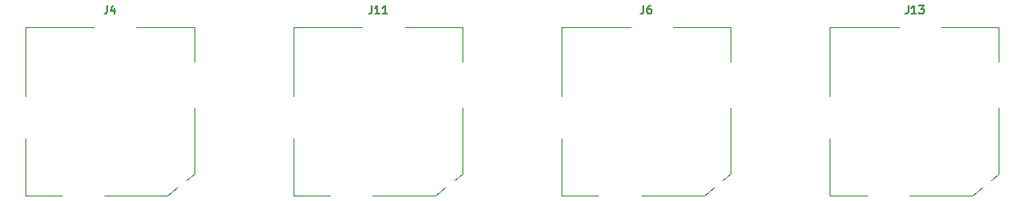
<source format=gto>
G04 #@! TF.GenerationSoftware,KiCad,Pcbnew,6.0.5-a6ca702e91~116~ubuntu20.04.1*
G04 #@! TF.CreationDate,2022-06-21T20:26:15-04:00*
G04 #@! TF.ProjectId,joystick,6a6f7973-7469-4636-9b2e-6b696361645f,rev?*
G04 #@! TF.SameCoordinates,Original*
G04 #@! TF.FileFunction,Legend,Top*
G04 #@! TF.FilePolarity,Positive*
%FSLAX46Y46*%
G04 Gerber Fmt 4.6, Leading zero omitted, Abs format (unit mm)*
G04 Created by KiCad (PCBNEW 6.0.5-a6ca702e91~116~ubuntu20.04.1) date 2022-06-21 20:26:15*
%MOMM*%
%LPD*%
G01*
G04 APERTURE LIST*
%ADD10C,0.150000*%
%ADD11C,0.120000*%
G04 APERTURE END LIST*
D10*
G04 #@! TO.C,J4*
X109250000Y-135089285D02*
X109250000Y-135625000D01*
X109214285Y-135732142D01*
X109142857Y-135803571D01*
X109035714Y-135839285D01*
X108964285Y-135839285D01*
X109928571Y-135339285D02*
X109928571Y-135839285D01*
X109750000Y-135053571D02*
X109571428Y-135589285D01*
X110035714Y-135589285D01*
G04 #@! TO.C,J6*
X159250000Y-135089285D02*
X159250000Y-135625000D01*
X159214285Y-135732142D01*
X159142857Y-135803571D01*
X159035714Y-135839285D01*
X158964285Y-135839285D01*
X159928571Y-135089285D02*
X159785714Y-135089285D01*
X159714285Y-135125000D01*
X159678571Y-135160714D01*
X159607142Y-135267857D01*
X159571428Y-135410714D01*
X159571428Y-135696428D01*
X159607142Y-135767857D01*
X159642857Y-135803571D01*
X159714285Y-135839285D01*
X159857142Y-135839285D01*
X159928571Y-135803571D01*
X159964285Y-135767857D01*
X160000000Y-135696428D01*
X160000000Y-135517857D01*
X159964285Y-135446428D01*
X159928571Y-135410714D01*
X159857142Y-135375000D01*
X159714285Y-135375000D01*
X159642857Y-135410714D01*
X159607142Y-135446428D01*
X159571428Y-135517857D01*
G04 #@! TO.C,J11*
X133892857Y-135089285D02*
X133892857Y-135625000D01*
X133857142Y-135732142D01*
X133785714Y-135803571D01*
X133678571Y-135839285D01*
X133607142Y-135839285D01*
X134642857Y-135839285D02*
X134214285Y-135839285D01*
X134428571Y-135839285D02*
X134428571Y-135089285D01*
X134357142Y-135196428D01*
X134285714Y-135267857D01*
X134214285Y-135303571D01*
X135357142Y-135839285D02*
X134928571Y-135839285D01*
X135142857Y-135839285D02*
X135142857Y-135089285D01*
X135071428Y-135196428D01*
X135000000Y-135267857D01*
X134928571Y-135303571D01*
G04 #@! TO.C,J13*
X183892857Y-135089285D02*
X183892857Y-135625000D01*
X183857142Y-135732142D01*
X183785714Y-135803571D01*
X183678571Y-135839285D01*
X183607142Y-135839285D01*
X184642857Y-135839285D02*
X184214285Y-135839285D01*
X184428571Y-135839285D02*
X184428571Y-135089285D01*
X184357142Y-135196428D01*
X184285714Y-135267857D01*
X184214285Y-135303571D01*
X184892857Y-135089285D02*
X185357142Y-135089285D01*
X185107142Y-135375000D01*
X185214285Y-135375000D01*
X185285714Y-135410714D01*
X185321428Y-135446428D01*
X185357142Y-135517857D01*
X185357142Y-135696428D01*
X185321428Y-135767857D01*
X185285714Y-135803571D01*
X185214285Y-135839285D01*
X185000000Y-135839285D01*
X184928571Y-135803571D01*
X184892857Y-135767857D01*
D11*
G04 #@! TO.C,J4*
X114850000Y-152850000D02*
X109000000Y-152850000D01*
X117350000Y-137100000D02*
X117350000Y-140300000D01*
X117350000Y-144600000D02*
X117350000Y-150800000D01*
X115790000Y-152090000D02*
X114850000Y-152850000D01*
X101600000Y-152850000D02*
X101600000Y-147500000D01*
X112000000Y-137100000D02*
X117350000Y-137100000D01*
X117350000Y-150800000D02*
X117350000Y-150850000D01*
X105000000Y-152850000D02*
X101600000Y-152850000D01*
X117350000Y-150850000D02*
X116610000Y-151440000D01*
X101600000Y-143500000D02*
X101600000Y-137100000D01*
X101600000Y-137100000D02*
X108000000Y-137100000D01*
G04 #@! TO.C,J6*
X151600000Y-152850000D02*
X151600000Y-147500000D01*
X151600000Y-143500000D02*
X151600000Y-137100000D01*
X164850000Y-152850000D02*
X159000000Y-152850000D01*
X167350000Y-150850000D02*
X166610000Y-151440000D01*
X165790000Y-152090000D02*
X164850000Y-152850000D01*
X167350000Y-150800000D02*
X167350000Y-150850000D01*
X151600000Y-137100000D02*
X158000000Y-137100000D01*
X155000000Y-152850000D02*
X151600000Y-152850000D01*
X167350000Y-144600000D02*
X167350000Y-150800000D01*
X167350000Y-137100000D02*
X167350000Y-140300000D01*
X162000000Y-137100000D02*
X167350000Y-137100000D01*
G04 #@! TO.C,J11*
X130000000Y-152850000D02*
X126600000Y-152850000D01*
X142350000Y-150850000D02*
X141610000Y-151440000D01*
X142350000Y-137100000D02*
X142350000Y-140300000D01*
X142350000Y-150800000D02*
X142350000Y-150850000D01*
X126600000Y-137100000D02*
X133000000Y-137100000D01*
X137000000Y-137100000D02*
X142350000Y-137100000D01*
X139850000Y-152850000D02*
X134000000Y-152850000D01*
X140790000Y-152090000D02*
X139850000Y-152850000D01*
X126600000Y-152850000D02*
X126600000Y-147500000D01*
X142350000Y-144600000D02*
X142350000Y-150800000D01*
X126600000Y-143500000D02*
X126600000Y-137100000D01*
G04 #@! TO.C,J13*
X190790000Y-152090000D02*
X189850000Y-152850000D01*
X189850000Y-152850000D02*
X184000000Y-152850000D01*
X192350000Y-150850000D02*
X191610000Y-151440000D01*
X192350000Y-137100000D02*
X192350000Y-140300000D01*
X192350000Y-150800000D02*
X192350000Y-150850000D01*
X176600000Y-143500000D02*
X176600000Y-137100000D01*
X176600000Y-137100000D02*
X183000000Y-137100000D01*
X192350000Y-144600000D02*
X192350000Y-150800000D01*
X180000000Y-152850000D02*
X176600000Y-152850000D01*
X187000000Y-137100000D02*
X192350000Y-137100000D01*
X176600000Y-152850000D02*
X176600000Y-147500000D01*
G04 #@! TD*
M02*

</source>
